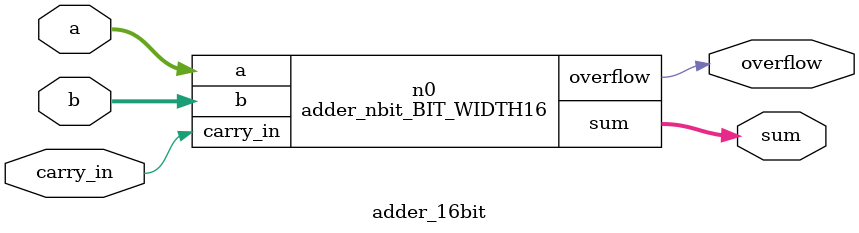
<source format=v>


module adder_1bit_15 ( a, b, carry_in, sum, carry_out );
  input a, b, carry_in;
  output sum, carry_out;
  wire   n1, n2;

  XOR2X1 U1 ( .A(carry_in), .B(n1), .Y(sum) );
  INVX1 U2 ( .A(n2), .Y(carry_out) );
  AOI22X1 U3 ( .A(b), .B(a), .C(n1), .D(carry_in), .Y(n2) );
  XOR2X1 U4 ( .A(a), .B(b), .Y(n1) );
endmodule


module adder_1bit_0 ( a, b, carry_in, sum, carry_out );
  input a, b, carry_in;
  output sum, carry_out;
  wire   n1, n2;

  XOR2X1 U1 ( .A(carry_in), .B(n1), .Y(sum) );
  INVX1 U2 ( .A(n2), .Y(carry_out) );
  AOI22X1 U3 ( .A(b), .B(a), .C(n1), .D(carry_in), .Y(n2) );
  XOR2X1 U4 ( .A(a), .B(b), .Y(n1) );
endmodule


module adder_1bit_1 ( a, b, carry_in, sum, carry_out );
  input a, b, carry_in;
  output sum, carry_out;
  wire   n1, n2;

  XOR2X1 U1 ( .A(carry_in), .B(n1), .Y(sum) );
  INVX1 U2 ( .A(n2), .Y(carry_out) );
  AOI22X1 U3 ( .A(b), .B(a), .C(n1), .D(carry_in), .Y(n2) );
  XOR2X1 U4 ( .A(a), .B(b), .Y(n1) );
endmodule


module adder_1bit_2 ( a, b, carry_in, sum, carry_out );
  input a, b, carry_in;
  output sum, carry_out;
  wire   n1, n2;

  XOR2X1 U1 ( .A(carry_in), .B(n1), .Y(sum) );
  INVX1 U2 ( .A(n2), .Y(carry_out) );
  AOI22X1 U3 ( .A(b), .B(a), .C(n1), .D(carry_in), .Y(n2) );
  XOR2X1 U4 ( .A(a), .B(b), .Y(n1) );
endmodule


module adder_1bit_3 ( a, b, carry_in, sum, carry_out );
  input a, b, carry_in;
  output sum, carry_out;
  wire   n1, n2;

  XOR2X1 U1 ( .A(carry_in), .B(n1), .Y(sum) );
  INVX1 U2 ( .A(n2), .Y(carry_out) );
  AOI22X1 U3 ( .A(b), .B(a), .C(n1), .D(carry_in), .Y(n2) );
  XOR2X1 U4 ( .A(a), .B(b), .Y(n1) );
endmodule


module adder_1bit_4 ( a, b, carry_in, sum, carry_out );
  input a, b, carry_in;
  output sum, carry_out;
  wire   n1, n2;

  XOR2X1 U1 ( .A(carry_in), .B(n1), .Y(sum) );
  INVX1 U2 ( .A(n2), .Y(carry_out) );
  AOI22X1 U3 ( .A(b), .B(a), .C(n1), .D(carry_in), .Y(n2) );
  XOR2X1 U4 ( .A(a), .B(b), .Y(n1) );
endmodule


module adder_1bit_5 ( a, b, carry_in, sum, carry_out );
  input a, b, carry_in;
  output sum, carry_out;
  wire   n1, n2;

  XOR2X1 U1 ( .A(carry_in), .B(n1), .Y(sum) );
  INVX1 U2 ( .A(n2), .Y(carry_out) );
  AOI22X1 U3 ( .A(b), .B(a), .C(n1), .D(carry_in), .Y(n2) );
  XOR2X1 U4 ( .A(a), .B(b), .Y(n1) );
endmodule


module adder_1bit_6 ( a, b, carry_in, sum, carry_out );
  input a, b, carry_in;
  output sum, carry_out;
  wire   n1, n2;

  XOR2X1 U1 ( .A(carry_in), .B(n1), .Y(sum) );
  INVX1 U2 ( .A(n2), .Y(carry_out) );
  AOI22X1 U3 ( .A(b), .B(a), .C(n1), .D(carry_in), .Y(n2) );
  XOR2X1 U4 ( .A(a), .B(b), .Y(n1) );
endmodule


module adder_1bit_7 ( a, b, carry_in, sum, carry_out );
  input a, b, carry_in;
  output sum, carry_out;
  wire   n1, n2;

  XOR2X1 U1 ( .A(carry_in), .B(n1), .Y(sum) );
  INVX1 U2 ( .A(n2), .Y(carry_out) );
  AOI22X1 U3 ( .A(b), .B(a), .C(n1), .D(carry_in), .Y(n2) );
  XOR2X1 U4 ( .A(a), .B(b), .Y(n1) );
endmodule


module adder_1bit_8 ( a, b, carry_in, sum, carry_out );
  input a, b, carry_in;
  output sum, carry_out;
  wire   n1, n2;

  XOR2X1 U1 ( .A(carry_in), .B(n1), .Y(sum) );
  INVX1 U2 ( .A(n2), .Y(carry_out) );
  AOI22X1 U3 ( .A(b), .B(a), .C(n1), .D(carry_in), .Y(n2) );
  XOR2X1 U4 ( .A(a), .B(b), .Y(n1) );
endmodule


module adder_1bit_9 ( a, b, carry_in, sum, carry_out );
  input a, b, carry_in;
  output sum, carry_out;
  wire   n1, n2;

  XOR2X1 U1 ( .A(carry_in), .B(n1), .Y(sum) );
  INVX1 U2 ( .A(n2), .Y(carry_out) );
  AOI22X1 U3 ( .A(b), .B(a), .C(n1), .D(carry_in), .Y(n2) );
  XOR2X1 U4 ( .A(a), .B(b), .Y(n1) );
endmodule


module adder_1bit_10 ( a, b, carry_in, sum, carry_out );
  input a, b, carry_in;
  output sum, carry_out;
  wire   n1, n2;

  XOR2X1 U1 ( .A(carry_in), .B(n1), .Y(sum) );
  INVX1 U2 ( .A(n2), .Y(carry_out) );
  AOI22X1 U3 ( .A(b), .B(a), .C(n1), .D(carry_in), .Y(n2) );
  XOR2X1 U4 ( .A(a), .B(b), .Y(n1) );
endmodule


module adder_1bit_11 ( a, b, carry_in, sum, carry_out );
  input a, b, carry_in;
  output sum, carry_out;
  wire   n1, n2;

  XOR2X1 U1 ( .A(carry_in), .B(n1), .Y(sum) );
  INVX1 U2 ( .A(n2), .Y(carry_out) );
  AOI22X1 U3 ( .A(b), .B(a), .C(n1), .D(carry_in), .Y(n2) );
  XOR2X1 U4 ( .A(a), .B(b), .Y(n1) );
endmodule


module adder_1bit_12 ( a, b, carry_in, sum, carry_out );
  input a, b, carry_in;
  output sum, carry_out;
  wire   n1, n2;

  XOR2X1 U1 ( .A(carry_in), .B(n1), .Y(sum) );
  INVX1 U2 ( .A(n2), .Y(carry_out) );
  AOI22X1 U3 ( .A(b), .B(a), .C(n1), .D(carry_in), .Y(n2) );
  XOR2X1 U4 ( .A(a), .B(b), .Y(n1) );
endmodule


module adder_1bit_13 ( a, b, carry_in, sum, carry_out );
  input a, b, carry_in;
  output sum, carry_out;
  wire   n1, n2;

  XOR2X1 U1 ( .A(carry_in), .B(n1), .Y(sum) );
  INVX1 U2 ( .A(n2), .Y(carry_out) );
  AOI22X1 U3 ( .A(b), .B(a), .C(n1), .D(carry_in), .Y(n2) );
  XOR2X1 U4 ( .A(a), .B(b), .Y(n1) );
endmodule


module adder_1bit_14 ( a, b, carry_in, sum, carry_out );
  input a, b, carry_in;
  output sum, carry_out;
  wire   n1, n2;

  XOR2X1 U1 ( .A(carry_in), .B(n1), .Y(sum) );
  INVX1 U2 ( .A(n2), .Y(carry_out) );
  AOI22X1 U3 ( .A(b), .B(a), .C(n1), .D(carry_in), .Y(n2) );
  XOR2X1 U4 ( .A(a), .B(b), .Y(n1) );
endmodule


module adder_nbit_BIT_WIDTH16 ( a, b, carry_in, sum, overflow );
  input [15:0] a;
  input [15:0] b;
  output [15:0] sum;
  input carry_in;
  output overflow;

  wire   [14:0] carry;

  adder_1bit_15 n0 ( .a(a[0]), .b(b[0]), .carry_in(carry_in), .sum(sum[0]), 
        .carry_out(carry[0]) );
  adder_1bit_14 \genblk1[1].ni  ( .a(a[1]), .b(b[1]), .carry_in(carry[0]), 
        .sum(sum[1]), .carry_out(carry[1]) );
  adder_1bit_13 \genblk1[2].ni  ( .a(a[2]), .b(b[2]), .carry_in(carry[1]), 
        .sum(sum[2]), .carry_out(carry[2]) );
  adder_1bit_12 \genblk1[3].ni  ( .a(a[3]), .b(b[3]), .carry_in(carry[2]), 
        .sum(sum[3]), .carry_out(carry[3]) );
  adder_1bit_11 \genblk1[4].ni  ( .a(a[4]), .b(b[4]), .carry_in(carry[3]), 
        .sum(sum[4]), .carry_out(carry[4]) );
  adder_1bit_10 \genblk1[5].ni  ( .a(a[5]), .b(b[5]), .carry_in(carry[4]), 
        .sum(sum[5]), .carry_out(carry[5]) );
  adder_1bit_9 \genblk1[6].ni  ( .a(a[6]), .b(b[6]), .carry_in(carry[5]), 
        .sum(sum[6]), .carry_out(carry[6]) );
  adder_1bit_8 \genblk1[7].ni  ( .a(a[7]), .b(b[7]), .carry_in(carry[6]), 
        .sum(sum[7]), .carry_out(carry[7]) );
  adder_1bit_7 \genblk1[8].ni  ( .a(a[8]), .b(b[8]), .carry_in(carry[7]), 
        .sum(sum[8]), .carry_out(carry[8]) );
  adder_1bit_6 \genblk1[9].ni  ( .a(a[9]), .b(b[9]), .carry_in(carry[8]), 
        .sum(sum[9]), .carry_out(carry[9]) );
  adder_1bit_5 \genblk1[10].ni  ( .a(a[10]), .b(b[10]), .carry_in(carry[9]), 
        .sum(sum[10]), .carry_out(carry[10]) );
  adder_1bit_4 \genblk1[11].ni  ( .a(a[11]), .b(b[11]), .carry_in(carry[10]), 
        .sum(sum[11]), .carry_out(carry[11]) );
  adder_1bit_3 \genblk1[12].ni  ( .a(a[12]), .b(b[12]), .carry_in(carry[11]), 
        .sum(sum[12]), .carry_out(carry[12]) );
  adder_1bit_2 \genblk1[13].ni  ( .a(a[13]), .b(b[13]), .carry_in(carry[12]), 
        .sum(sum[13]), .carry_out(carry[13]) );
  adder_1bit_1 \genblk1[14].ni  ( .a(a[14]), .b(b[14]), .carry_in(carry[13]), 
        .sum(sum[14]), .carry_out(carry[14]) );
  adder_1bit_0 \genblk1[15].ni  ( .a(a[15]), .b(b[15]), .carry_in(carry[14]), 
        .sum(sum[15]), .carry_out(overflow) );
endmodule


module adder_16bit ( a, b, carry_in, sum, overflow );
  input [15:0] a;
  input [15:0] b;
  output [15:0] sum;
  input carry_in;
  output overflow;


  adder_nbit_BIT_WIDTH16 n0 ( .a(a), .b(b), .carry_in(carry_in), .sum(sum), 
        .overflow(overflow) );
endmodule


</source>
